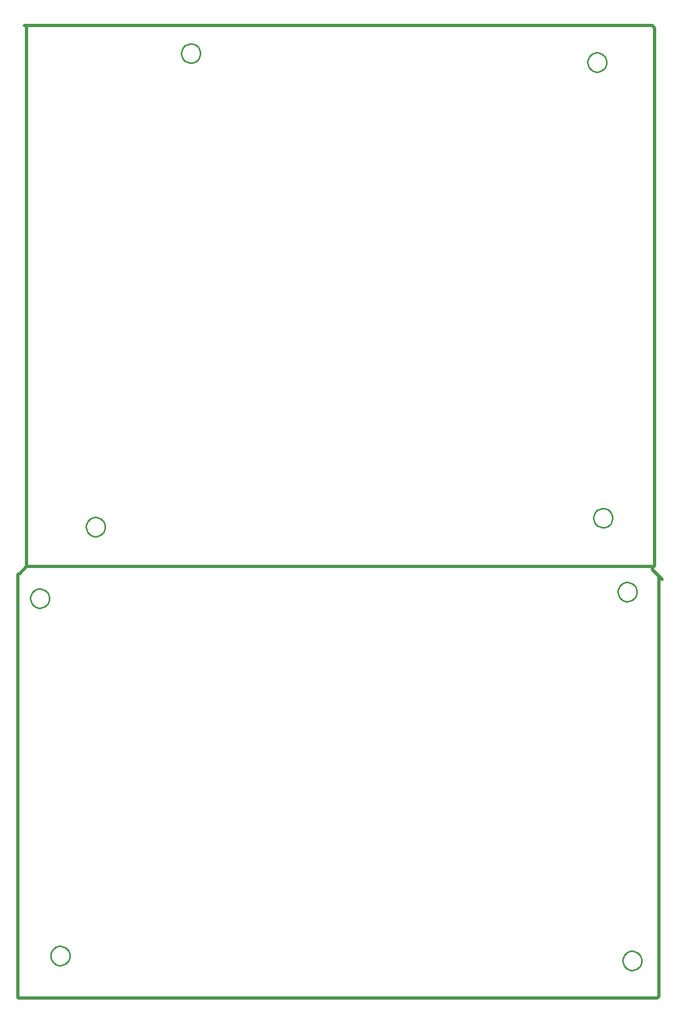
<source format=gko>
%FSLAX44Y44*%
%MOMM*%
G71*
G01*
G75*
%ADD10C,1.2700*%
%ADD11C,1.0160*%
%ADD12C,0.7620*%
%ADD13C,1.2540*%
%ADD14C,1.4000*%
%ADD15R,1.5000X1.5000*%
%ADD16C,1.5000*%
%ADD17C,1.2700*%
%ADD18C,4.6748*%
%ADD19C,2.0000*%
%ADD20C,1.8500*%
%ADD21R,1.8500X1.8500*%
%ADD22O,2.0000X1.0000*%
%ADD23O,2.0000X1.0000*%
%ADD24C,1.7000*%
%ADD25R,1.5748X1.5748*%
%ADD26C,1.5748*%
%ADD27O,1.0000X2.0000*%
%ADD28O,1.0000X2.0000*%
%ADD29C,0.2540*%
%ADD30C,0.5080*%
D29*
X1442720Y1236980D02*
X1442504Y1239515D01*
X1441863Y1241977D01*
X1440815Y1244295D01*
X1439391Y1246403D01*
X1437630Y1248240D01*
X1435585Y1249753D01*
X1433313Y1250898D01*
X1430880Y1251643D01*
X1428357Y1251966D01*
X1425815Y1251859D01*
X1423328Y1251322D01*
X1420967Y1250374D01*
X1418801Y1249040D01*
X1416891Y1247359D01*
X1415292Y1245380D01*
X1414052Y1243158D01*
X1413204Y1240760D01*
X1412774Y1238252D01*
Y1235708D01*
X1413204Y1233200D01*
X1414052Y1230801D01*
X1415292Y1228580D01*
X1416891Y1226601D01*
X1418801Y1224920D01*
X1420967Y1223586D01*
X1423328Y1222637D01*
X1425815Y1222102D01*
X1428357Y1221993D01*
X1430880Y1222317D01*
X1433313Y1223062D01*
X1435585Y1224207D01*
X1437630Y1225720D01*
X1439391Y1227557D01*
X1440815Y1229665D01*
X1441863Y1231983D01*
X1442504Y1234445D01*
X1442720Y1236980D01*
X523240Y1226820D02*
X523024Y1229355D01*
X522383Y1231817D01*
X521335Y1234135D01*
X519911Y1236243D01*
X518150Y1238080D01*
X516105Y1239593D01*
X513833Y1240738D01*
X511400Y1241483D01*
X508877Y1241806D01*
X506335Y1241699D01*
X503848Y1241162D01*
X501487Y1240214D01*
X499320Y1238880D01*
X497411Y1237199D01*
X495812Y1235220D01*
X494572Y1232999D01*
X493724Y1230600D01*
X493294Y1228092D01*
Y1225548D01*
X493724Y1223040D01*
X494572Y1220641D01*
X495812Y1218420D01*
X497411Y1216441D01*
X499320Y1214760D01*
X501487Y1213426D01*
X503848Y1212477D01*
X506335Y1211942D01*
X508877Y1211833D01*
X511400Y1212157D01*
X513833Y1212902D01*
X516105Y1214047D01*
X518150Y1215560D01*
X519911Y1217397D01*
X521335Y1219505D01*
X522383Y1221823D01*
X523024Y1224285D01*
X523240Y1226820D01*
X554990Y668020D02*
X554774Y670555D01*
X554133Y673017D01*
X553085Y675335D01*
X551660Y677443D01*
X549900Y679280D01*
X547855Y680793D01*
X545583Y681938D01*
X543150Y682683D01*
X540627Y683007D01*
X538085Y682898D01*
X535598Y682363D01*
X533237Y681414D01*
X531071Y680080D01*
X529161Y678399D01*
X527562Y676420D01*
X526322Y674199D01*
X525474Y671800D01*
X525044Y669292D01*
Y666748D01*
X525474Y664240D01*
X526322Y661842D01*
X527562Y659620D01*
X529161Y657641D01*
X531071Y655960D01*
X533237Y654626D01*
X535598Y653678D01*
X538085Y653141D01*
X540627Y653034D01*
X543150Y653357D01*
X545583Y654102D01*
X547855Y655247D01*
X549900Y656760D01*
X551661Y658597D01*
X553085Y660705D01*
X554133Y663023D01*
X554774Y665485D01*
X554990Y668020D01*
X1450340Y660400D02*
X1450124Y662935D01*
X1449483Y665397D01*
X1448435Y667715D01*
X1447010Y669823D01*
X1445250Y671660D01*
X1443205Y673173D01*
X1440933Y674318D01*
X1438500Y675063D01*
X1435977Y675387D01*
X1433435Y675278D01*
X1430948Y674743D01*
X1428587Y673794D01*
X1426420Y672460D01*
X1424511Y670779D01*
X1422912Y668800D01*
X1421672Y666579D01*
X1420824Y664180D01*
X1420394Y661672D01*
Y659128D01*
X1420824Y656620D01*
X1421672Y654221D01*
X1422912Y652000D01*
X1424511Y650021D01*
X1426420Y648340D01*
X1428587Y647006D01*
X1430948Y646058D01*
X1433435Y645521D01*
X1435977Y645414D01*
X1438500Y645737D01*
X1440933Y646482D01*
X1443205Y647627D01*
X1445250Y649140D01*
X1447011Y650977D01*
X1448435Y653085D01*
X1449483Y655403D01*
X1450124Y657865D01*
X1450340Y660400D01*
X610497Y1338580D02*
X610281Y1341115D01*
X609640Y1343577D01*
X608592Y1345895D01*
X607167Y1348003D01*
X605407Y1349840D01*
X603361Y1351353D01*
X601090Y1352498D01*
X598657Y1353243D01*
X596133Y1353566D01*
X593591Y1353459D01*
X591104Y1352923D01*
X588744Y1351974D01*
X586577Y1350640D01*
X584667Y1348959D01*
X583069Y1346980D01*
X581828Y1344758D01*
X580981Y1342360D01*
X580551Y1339852D01*
Y1337308D01*
X580981Y1334800D01*
X581828Y1332401D01*
X583069Y1330180D01*
X584667Y1328201D01*
X586577Y1326520D01*
X588744Y1325186D01*
X591104Y1324238D01*
X593591Y1323701D01*
X596133Y1323593D01*
X598657Y1323917D01*
X601090Y1324662D01*
X603361Y1325807D01*
X605407Y1327320D01*
X607167Y1329157D01*
X608592Y1331265D01*
X609640Y1333583D01*
X610281Y1336045D01*
X610497Y1338580D01*
X1404620Y1352550D02*
X1404404Y1355085D01*
X1403763Y1357547D01*
X1402715Y1359865D01*
X1401290Y1361973D01*
X1399530Y1363810D01*
X1397485Y1365323D01*
X1395213Y1366468D01*
X1392780Y1367213D01*
X1390257Y1367536D01*
X1387715Y1367428D01*
X1385228Y1366893D01*
X1382867Y1365944D01*
X1380701Y1364610D01*
X1378791Y1362929D01*
X1377192Y1360950D01*
X1375952Y1358728D01*
X1375104Y1356330D01*
X1374674Y1353822D01*
Y1351278D01*
X1375104Y1348770D01*
X1375952Y1346371D01*
X1377192Y1344150D01*
X1378791Y1342171D01*
X1380701Y1340490D01*
X1382867Y1339156D01*
X1385228Y1338208D01*
X1387715Y1337672D01*
X1390257Y1337563D01*
X1392780Y1337887D01*
X1395213Y1338632D01*
X1397485Y1339777D01*
X1399530Y1341290D01*
X1401291Y1343127D01*
X1402715Y1345235D01*
X1403763Y1347553D01*
X1404404Y1350015D01*
X1404620Y1352550D01*
X1395357Y2065020D02*
X1395141Y2067555D01*
X1394500Y2070017D01*
X1393452Y2072335D01*
X1392027Y2074443D01*
X1390267Y2076280D01*
X1388221Y2077793D01*
X1385950Y2078938D01*
X1383517Y2079683D01*
X1380993Y2080007D01*
X1378451Y2079899D01*
X1375964Y2079362D01*
X1373604Y2078414D01*
X1371437Y2077080D01*
X1369527Y2075399D01*
X1367929Y2073420D01*
X1366688Y2071198D01*
X1365841Y2068800D01*
X1365411Y2066292D01*
Y2063748D01*
X1365841Y2061240D01*
X1366688Y2058842D01*
X1367929Y2056620D01*
X1369527Y2054641D01*
X1371437Y2052960D01*
X1373604Y2051626D01*
X1375964Y2050677D01*
X1378451Y2050141D01*
X1380993Y2050034D01*
X1383517Y2050357D01*
X1385950Y2051102D01*
X1388221Y2052247D01*
X1390267Y2053760D01*
X1392027Y2055597D01*
X1393452Y2057705D01*
X1394500Y2060023D01*
X1395141Y2062485D01*
X1395357Y2065020D01*
X759460Y2078990D02*
X759244Y2081525D01*
X758603Y2083987D01*
X757555Y2086305D01*
X756131Y2088413D01*
X754370Y2090250D01*
X752325Y2091763D01*
X750053Y2092908D01*
X747620Y2093653D01*
X745097Y2093976D01*
X742555Y2093869D01*
X740068Y2093333D01*
X737707Y2092384D01*
X735540Y2091050D01*
X733631Y2089369D01*
X732032Y2087390D01*
X730792Y2085168D01*
X729944Y2082770D01*
X729514Y2080262D01*
Y2077718D01*
X729944Y2075210D01*
X730792Y2072811D01*
X732032Y2070590D01*
X733631Y2068611D01*
X735540Y2066930D01*
X737707Y2065596D01*
X740068Y2064648D01*
X742555Y2064111D01*
X745097Y2064003D01*
X747620Y2064327D01*
X750053Y2065072D01*
X752325Y2066217D01*
X754370Y2067730D01*
X756131Y2069567D01*
X757555Y2071675D01*
X758603Y2073993D01*
X759244Y2076455D01*
X759460Y2078990D01*
D30*
X476250Y1264920D02*
X487680Y1276350D01*
X474980Y1264920D02*
X476250D01*
X1466850Y1271270D02*
X1482090Y1256030D01*
X1466850Y1271270D02*
Y1276350D01*
X1477010Y1259840D02*
X1478280Y1261110D01*
X1477010Y604520D02*
Y1259840D01*
X483870Y2122170D02*
X1466850D01*
X1470660Y2118360D01*
Y1277620D02*
Y2118360D01*
X1469390Y1276350D02*
X1470660Y1277620D01*
X487680Y1276350D02*
X1469390D01*
X487680D02*
Y2120900D01*
X473710Y1263650D02*
X474980Y1264920D01*
X473710Y603250D02*
Y1263650D01*
Y603250D02*
X474980Y601980D01*
X1474470D01*
X1477010Y604520D01*
M02*

</source>
